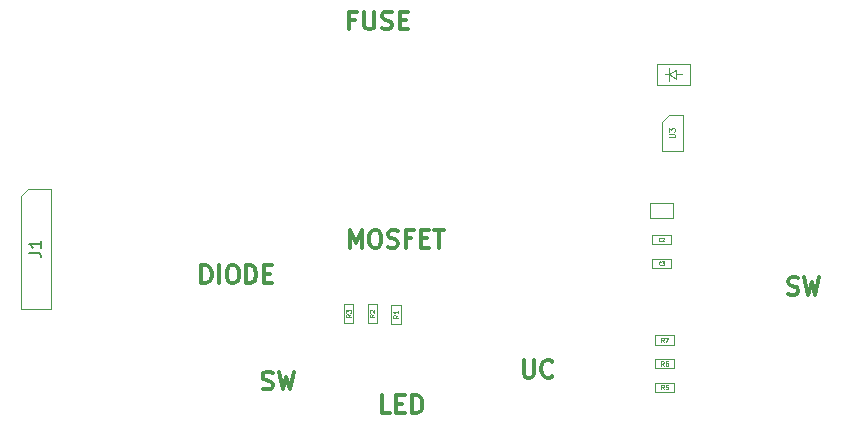
<source format=gbr>
G04 #@! TF.FileFunction,Other,Fab,Top*
%FSLAX46Y46*%
G04 Gerber Fmt 4.6, Leading zero omitted, Abs format (unit mm)*
G04 Created by KiCad (PCBNEW 4.0.7-e2-6376~61~ubuntu18.04.1) date Sat Jul 21 17:42:36 2018*
%MOMM*%
%LPD*%
G01*
G04 APERTURE LIST*
%ADD10C,0.100000*%
%ADD11C,0.300000*%
%ADD12C,0.075000*%
%ADD13C,0.150000*%
G04 APERTURE END LIST*
D10*
D11*
X111321429Y-102178571D02*
X111321429Y-103392857D01*
X111392857Y-103535714D01*
X111464286Y-103607143D01*
X111607143Y-103678571D01*
X111892857Y-103678571D01*
X112035715Y-103607143D01*
X112107143Y-103535714D01*
X112178572Y-103392857D01*
X112178572Y-102178571D01*
X113750001Y-103535714D02*
X113678572Y-103607143D01*
X113464286Y-103678571D01*
X113321429Y-103678571D01*
X113107144Y-103607143D01*
X112964286Y-103464286D01*
X112892858Y-103321429D01*
X112821429Y-103035714D01*
X112821429Y-102821429D01*
X112892858Y-102535714D01*
X112964286Y-102392857D01*
X113107144Y-102250000D01*
X113321429Y-102178571D01*
X113464286Y-102178571D01*
X113678572Y-102250000D01*
X113750001Y-102321429D01*
X97035715Y-73392857D02*
X96535715Y-73392857D01*
X96535715Y-74178571D02*
X96535715Y-72678571D01*
X97250001Y-72678571D01*
X97821429Y-72678571D02*
X97821429Y-73892857D01*
X97892857Y-74035714D01*
X97964286Y-74107143D01*
X98107143Y-74178571D01*
X98392857Y-74178571D01*
X98535715Y-74107143D01*
X98607143Y-74035714D01*
X98678572Y-73892857D01*
X98678572Y-72678571D01*
X99321429Y-74107143D02*
X99535715Y-74178571D01*
X99892858Y-74178571D01*
X100035715Y-74107143D01*
X100107144Y-74035714D01*
X100178572Y-73892857D01*
X100178572Y-73750000D01*
X100107144Y-73607143D01*
X100035715Y-73535714D01*
X99892858Y-73464286D01*
X99607144Y-73392857D01*
X99464286Y-73321429D01*
X99392858Y-73250000D01*
X99321429Y-73107143D01*
X99321429Y-72964286D01*
X99392858Y-72821429D01*
X99464286Y-72750000D01*
X99607144Y-72678571D01*
X99964286Y-72678571D01*
X100178572Y-72750000D01*
X100821429Y-73392857D02*
X101321429Y-73392857D01*
X101535715Y-74178571D02*
X100821429Y-74178571D01*
X100821429Y-72678571D01*
X101535715Y-72678571D01*
X89214286Y-104607143D02*
X89428572Y-104678571D01*
X89785715Y-104678571D01*
X89928572Y-104607143D01*
X90000001Y-104535714D01*
X90071429Y-104392857D01*
X90071429Y-104250000D01*
X90000001Y-104107143D01*
X89928572Y-104035714D01*
X89785715Y-103964286D01*
X89500001Y-103892857D01*
X89357143Y-103821429D01*
X89285715Y-103750000D01*
X89214286Y-103607143D01*
X89214286Y-103464286D01*
X89285715Y-103321429D01*
X89357143Y-103250000D01*
X89500001Y-103178571D01*
X89857143Y-103178571D01*
X90071429Y-103250000D01*
X90571429Y-103178571D02*
X90928572Y-104678571D01*
X91214286Y-103607143D01*
X91500000Y-104678571D01*
X91857143Y-103178571D01*
X133714286Y-96607143D02*
X133928572Y-96678571D01*
X134285715Y-96678571D01*
X134428572Y-96607143D01*
X134500001Y-96535714D01*
X134571429Y-96392857D01*
X134571429Y-96250000D01*
X134500001Y-96107143D01*
X134428572Y-96035714D01*
X134285715Y-95964286D01*
X134000001Y-95892857D01*
X133857143Y-95821429D01*
X133785715Y-95750000D01*
X133714286Y-95607143D01*
X133714286Y-95464286D01*
X133785715Y-95321429D01*
X133857143Y-95250000D01*
X134000001Y-95178571D01*
X134357143Y-95178571D01*
X134571429Y-95250000D01*
X135071429Y-95178571D02*
X135428572Y-96678571D01*
X135714286Y-95607143D01*
X136000000Y-96678571D01*
X136357143Y-95178571D01*
X96607143Y-92678571D02*
X96607143Y-91178571D01*
X97107143Y-92250000D01*
X97607143Y-91178571D01*
X97607143Y-92678571D01*
X98607143Y-91178571D02*
X98892857Y-91178571D01*
X99035715Y-91250000D01*
X99178572Y-91392857D01*
X99250000Y-91678571D01*
X99250000Y-92178571D01*
X99178572Y-92464286D01*
X99035715Y-92607143D01*
X98892857Y-92678571D01*
X98607143Y-92678571D01*
X98464286Y-92607143D01*
X98321429Y-92464286D01*
X98250000Y-92178571D01*
X98250000Y-91678571D01*
X98321429Y-91392857D01*
X98464286Y-91250000D01*
X98607143Y-91178571D01*
X99821429Y-92607143D02*
X100035715Y-92678571D01*
X100392858Y-92678571D01*
X100535715Y-92607143D01*
X100607144Y-92535714D01*
X100678572Y-92392857D01*
X100678572Y-92250000D01*
X100607144Y-92107143D01*
X100535715Y-92035714D01*
X100392858Y-91964286D01*
X100107144Y-91892857D01*
X99964286Y-91821429D01*
X99892858Y-91750000D01*
X99821429Y-91607143D01*
X99821429Y-91464286D01*
X99892858Y-91321429D01*
X99964286Y-91250000D01*
X100107144Y-91178571D01*
X100464286Y-91178571D01*
X100678572Y-91250000D01*
X101821429Y-91892857D02*
X101321429Y-91892857D01*
X101321429Y-92678571D02*
X101321429Y-91178571D01*
X102035715Y-91178571D01*
X102607143Y-91892857D02*
X103107143Y-91892857D01*
X103321429Y-92678571D02*
X102607143Y-92678571D01*
X102607143Y-91178571D01*
X103321429Y-91178571D01*
X103750000Y-91178571D02*
X104607143Y-91178571D01*
X104178572Y-92678571D02*
X104178572Y-91178571D01*
X84035714Y-95678571D02*
X84035714Y-94178571D01*
X84392857Y-94178571D01*
X84607142Y-94250000D01*
X84750000Y-94392857D01*
X84821428Y-94535714D01*
X84892857Y-94821429D01*
X84892857Y-95035714D01*
X84821428Y-95321429D01*
X84750000Y-95464286D01*
X84607142Y-95607143D01*
X84392857Y-95678571D01*
X84035714Y-95678571D01*
X85535714Y-95678571D02*
X85535714Y-94178571D01*
X86535714Y-94178571D02*
X86821428Y-94178571D01*
X86964286Y-94250000D01*
X87107143Y-94392857D01*
X87178571Y-94678571D01*
X87178571Y-95178571D01*
X87107143Y-95464286D01*
X86964286Y-95607143D01*
X86821428Y-95678571D01*
X86535714Y-95678571D01*
X86392857Y-95607143D01*
X86250000Y-95464286D01*
X86178571Y-95178571D01*
X86178571Y-94678571D01*
X86250000Y-94392857D01*
X86392857Y-94250000D01*
X86535714Y-94178571D01*
X87821429Y-95678571D02*
X87821429Y-94178571D01*
X88178572Y-94178571D01*
X88392857Y-94250000D01*
X88535715Y-94392857D01*
X88607143Y-94535714D01*
X88678572Y-94821429D01*
X88678572Y-95035714D01*
X88607143Y-95321429D01*
X88535715Y-95464286D01*
X88392857Y-95607143D01*
X88178572Y-95678571D01*
X87821429Y-95678571D01*
X89321429Y-94892857D02*
X89821429Y-94892857D01*
X90035715Y-95678571D02*
X89321429Y-95678571D01*
X89321429Y-94178571D01*
X90035715Y-94178571D01*
X100035715Y-106678571D02*
X99321429Y-106678571D01*
X99321429Y-105178571D01*
X100535715Y-105892857D02*
X101035715Y-105892857D01*
X101250001Y-106678571D02*
X100535715Y-106678571D01*
X100535715Y-105178571D01*
X101250001Y-105178571D01*
X101892858Y-106678571D02*
X101892858Y-105178571D01*
X102250001Y-105178571D01*
X102464286Y-105250000D01*
X102607144Y-105392857D01*
X102678572Y-105535714D01*
X102750001Y-105821429D01*
X102750001Y-106035714D01*
X102678572Y-106321429D01*
X102607144Y-106464286D01*
X102464286Y-106607143D01*
X102250001Y-106678571D01*
X101892858Y-106678571D01*
D10*
X122000000Y-90120000D02*
X122000000Y-88880000D01*
X124000000Y-90120000D02*
X122000000Y-90120000D01*
X124000000Y-88880000D02*
X124000000Y-90120000D01*
X122000000Y-88880000D02*
X124000000Y-88880000D01*
X122200000Y-91600000D02*
X123800000Y-91600000D01*
X123800000Y-91600000D02*
X123800000Y-92400000D01*
X123800000Y-92400000D02*
X122200000Y-92400000D01*
X122200000Y-92400000D02*
X122200000Y-91600000D01*
X122200000Y-93600000D02*
X123800000Y-93600000D01*
X123800000Y-93600000D02*
X123800000Y-94400000D01*
X123800000Y-94400000D02*
X122200000Y-94400000D01*
X122200000Y-94400000D02*
X122200000Y-93600000D01*
X124250000Y-78000000D02*
X124750000Y-78000000D01*
X124250000Y-78400000D02*
X123650000Y-78000000D01*
X124250000Y-77600000D02*
X124250000Y-78400000D01*
X123650000Y-78000000D02*
X124250000Y-77600000D01*
X123650000Y-78000000D02*
X123650000Y-78550000D01*
X123650000Y-78000000D02*
X123650000Y-77450000D01*
X123250000Y-78000000D02*
X123650000Y-78000000D01*
X122600000Y-78900000D02*
X122600000Y-77100000D01*
X125400000Y-78900000D02*
X122600000Y-78900000D01*
X125400000Y-77100000D02*
X125400000Y-78900000D01*
X122600000Y-77100000D02*
X125400000Y-77100000D01*
X69365000Y-87690000D02*
X71270000Y-87690000D01*
X71270000Y-87690000D02*
X71270000Y-97850000D01*
X71270000Y-97850000D02*
X68730000Y-97850000D01*
X68730000Y-97850000D02*
X68730000Y-88325000D01*
X68730000Y-88325000D02*
X69365000Y-87690000D01*
X100100000Y-97521429D02*
X100900000Y-97521429D01*
X100100000Y-99121429D02*
X100100000Y-97521429D01*
X100900000Y-99121429D02*
X100100000Y-99121429D01*
X100900000Y-97521429D02*
X100900000Y-99121429D01*
X98100000Y-97450000D02*
X98900000Y-97450000D01*
X98100000Y-99050000D02*
X98100000Y-97450000D01*
X98900000Y-99050000D02*
X98100000Y-99050000D01*
X98900000Y-97450000D02*
X98900000Y-99050000D01*
X96900000Y-99050000D02*
X96100000Y-99050000D01*
X96900000Y-97450000D02*
X96900000Y-99050000D01*
X96100000Y-97450000D02*
X96900000Y-97450000D01*
X96100000Y-99050000D02*
X96100000Y-97450000D01*
X122450000Y-104900000D02*
X122450000Y-104100000D01*
X124050000Y-104900000D02*
X122450000Y-104900000D01*
X124050000Y-104100000D02*
X124050000Y-104900000D01*
X122450000Y-104100000D02*
X124050000Y-104100000D01*
X124050000Y-102100000D02*
X124050000Y-102900000D01*
X122450000Y-102100000D02*
X124050000Y-102100000D01*
X122450000Y-102900000D02*
X122450000Y-102100000D01*
X124050000Y-102900000D02*
X122450000Y-102900000D01*
X122450000Y-100900000D02*
X122450000Y-100100000D01*
X124050000Y-100900000D02*
X122450000Y-100900000D01*
X124050000Y-100100000D02*
X124050000Y-100900000D01*
X122450000Y-100100000D02*
X124050000Y-100100000D01*
X123000000Y-82050000D02*
X123650000Y-81400000D01*
X124800000Y-81400000D02*
X123650000Y-81400000D01*
X123000000Y-82050000D02*
X123000000Y-84500000D01*
X124800000Y-84500000D02*
X123000000Y-84500000D01*
X124800000Y-81400000D02*
X124800000Y-84500000D01*
D12*
X122950000Y-92107143D02*
X122935714Y-92121429D01*
X122892857Y-92135714D01*
X122864286Y-92135714D01*
X122821429Y-92121429D01*
X122792857Y-92092857D01*
X122778572Y-92064286D01*
X122764286Y-92007143D01*
X122764286Y-91964286D01*
X122778572Y-91907143D01*
X122792857Y-91878571D01*
X122821429Y-91850000D01*
X122864286Y-91835714D01*
X122892857Y-91835714D01*
X122935714Y-91850000D01*
X122950000Y-91864286D01*
X123064286Y-91864286D02*
X123078572Y-91850000D01*
X123107143Y-91835714D01*
X123178572Y-91835714D01*
X123207143Y-91850000D01*
X123221429Y-91864286D01*
X123235714Y-91892857D01*
X123235714Y-91921429D01*
X123221429Y-91964286D01*
X123050000Y-92135714D01*
X123235714Y-92135714D01*
X122950000Y-94107143D02*
X122935714Y-94121429D01*
X122892857Y-94135714D01*
X122864286Y-94135714D01*
X122821429Y-94121429D01*
X122792857Y-94092857D01*
X122778572Y-94064286D01*
X122764286Y-94007143D01*
X122764286Y-93964286D01*
X122778572Y-93907143D01*
X122792857Y-93878571D01*
X122821429Y-93850000D01*
X122864286Y-93835714D01*
X122892857Y-93835714D01*
X122935714Y-93850000D01*
X122950000Y-93864286D01*
X123050000Y-93835714D02*
X123235714Y-93835714D01*
X123135714Y-93950000D01*
X123178572Y-93950000D01*
X123207143Y-93964286D01*
X123221429Y-93978571D01*
X123235714Y-94007143D01*
X123235714Y-94078571D01*
X123221429Y-94107143D01*
X123207143Y-94121429D01*
X123178572Y-94135714D01*
X123092857Y-94135714D01*
X123064286Y-94121429D01*
X123050000Y-94107143D01*
D13*
X69452381Y-93103333D02*
X70166667Y-93103333D01*
X70309524Y-93150953D01*
X70404762Y-93246191D01*
X70452381Y-93389048D01*
X70452381Y-93484286D01*
X70452381Y-92103333D02*
X70452381Y-92674762D01*
X70452381Y-92389048D02*
X69452381Y-92389048D01*
X69595238Y-92484286D01*
X69690476Y-92579524D01*
X69738095Y-92674762D01*
D12*
X100680952Y-98388095D02*
X100490476Y-98521429D01*
X100680952Y-98616667D02*
X100280952Y-98616667D01*
X100280952Y-98464286D01*
X100300000Y-98426191D01*
X100319048Y-98407143D01*
X100357143Y-98388095D01*
X100414286Y-98388095D01*
X100452381Y-98407143D01*
X100471429Y-98426191D01*
X100490476Y-98464286D01*
X100490476Y-98616667D01*
X100680952Y-98007143D02*
X100680952Y-98235715D01*
X100680952Y-98121429D02*
X100280952Y-98121429D01*
X100338095Y-98159524D01*
X100376190Y-98197619D01*
X100395238Y-98235715D01*
X98680952Y-98316666D02*
X98490476Y-98450000D01*
X98680952Y-98545238D02*
X98280952Y-98545238D01*
X98280952Y-98392857D01*
X98300000Y-98354762D01*
X98319048Y-98335714D01*
X98357143Y-98316666D01*
X98414286Y-98316666D01*
X98452381Y-98335714D01*
X98471429Y-98354762D01*
X98490476Y-98392857D01*
X98490476Y-98545238D01*
X98319048Y-98164286D02*
X98300000Y-98145238D01*
X98280952Y-98107143D01*
X98280952Y-98011905D01*
X98300000Y-97973809D01*
X98319048Y-97954762D01*
X98357143Y-97935714D01*
X98395238Y-97935714D01*
X98452381Y-97954762D01*
X98680952Y-98183333D01*
X98680952Y-97935714D01*
X96680952Y-98316666D02*
X96490476Y-98450000D01*
X96680952Y-98545238D02*
X96280952Y-98545238D01*
X96280952Y-98392857D01*
X96300000Y-98354762D01*
X96319048Y-98335714D01*
X96357143Y-98316666D01*
X96414286Y-98316666D01*
X96452381Y-98335714D01*
X96471429Y-98354762D01*
X96490476Y-98392857D01*
X96490476Y-98545238D01*
X96280952Y-98183333D02*
X96280952Y-97935714D01*
X96433333Y-98069047D01*
X96433333Y-98011905D01*
X96452381Y-97973809D01*
X96471429Y-97954762D01*
X96509524Y-97935714D01*
X96604762Y-97935714D01*
X96642857Y-97954762D01*
X96661905Y-97973809D01*
X96680952Y-98011905D01*
X96680952Y-98126190D01*
X96661905Y-98164286D01*
X96642857Y-98183333D01*
X123183334Y-104680952D02*
X123050000Y-104490476D01*
X122954762Y-104680952D02*
X122954762Y-104280952D01*
X123107143Y-104280952D01*
X123145238Y-104300000D01*
X123164286Y-104319048D01*
X123183334Y-104357143D01*
X123183334Y-104414286D01*
X123164286Y-104452381D01*
X123145238Y-104471429D01*
X123107143Y-104490476D01*
X122954762Y-104490476D01*
X123545238Y-104280952D02*
X123354762Y-104280952D01*
X123335714Y-104471429D01*
X123354762Y-104452381D01*
X123392857Y-104433333D01*
X123488095Y-104433333D01*
X123526191Y-104452381D01*
X123545238Y-104471429D01*
X123564286Y-104509524D01*
X123564286Y-104604762D01*
X123545238Y-104642857D01*
X123526191Y-104661905D01*
X123488095Y-104680952D01*
X123392857Y-104680952D01*
X123354762Y-104661905D01*
X123335714Y-104642857D01*
X123183334Y-102680952D02*
X123050000Y-102490476D01*
X122954762Y-102680952D02*
X122954762Y-102280952D01*
X123107143Y-102280952D01*
X123145238Y-102300000D01*
X123164286Y-102319048D01*
X123183334Y-102357143D01*
X123183334Y-102414286D01*
X123164286Y-102452381D01*
X123145238Y-102471429D01*
X123107143Y-102490476D01*
X122954762Y-102490476D01*
X123526191Y-102280952D02*
X123450000Y-102280952D01*
X123411905Y-102300000D01*
X123392857Y-102319048D01*
X123354762Y-102376190D01*
X123335714Y-102452381D01*
X123335714Y-102604762D01*
X123354762Y-102642857D01*
X123373810Y-102661905D01*
X123411905Y-102680952D01*
X123488095Y-102680952D01*
X123526191Y-102661905D01*
X123545238Y-102642857D01*
X123564286Y-102604762D01*
X123564286Y-102509524D01*
X123545238Y-102471429D01*
X123526191Y-102452381D01*
X123488095Y-102433333D01*
X123411905Y-102433333D01*
X123373810Y-102452381D01*
X123354762Y-102471429D01*
X123335714Y-102509524D01*
X123183334Y-100680952D02*
X123050000Y-100490476D01*
X122954762Y-100680952D02*
X122954762Y-100280952D01*
X123107143Y-100280952D01*
X123145238Y-100300000D01*
X123164286Y-100319048D01*
X123183334Y-100357143D01*
X123183334Y-100414286D01*
X123164286Y-100452381D01*
X123145238Y-100471429D01*
X123107143Y-100490476D01*
X122954762Y-100490476D01*
X123316667Y-100280952D02*
X123583334Y-100280952D01*
X123411905Y-100680952D01*
X123626190Y-83330952D02*
X124030952Y-83330952D01*
X124078571Y-83307143D01*
X124102381Y-83283333D01*
X124126190Y-83235714D01*
X124126190Y-83140476D01*
X124102381Y-83092857D01*
X124078571Y-83069048D01*
X124030952Y-83045238D01*
X123626190Y-83045238D01*
X123626190Y-82854761D02*
X123626190Y-82545238D01*
X123816667Y-82711904D01*
X123816667Y-82640476D01*
X123840476Y-82592857D01*
X123864286Y-82569047D01*
X123911905Y-82545238D01*
X124030952Y-82545238D01*
X124078571Y-82569047D01*
X124102381Y-82592857D01*
X124126190Y-82640476D01*
X124126190Y-82783333D01*
X124102381Y-82830952D01*
X124078571Y-82854761D01*
M02*

</source>
